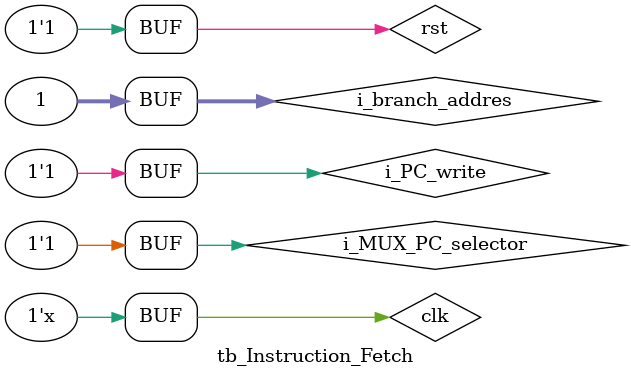
<source format=v>
`timescale 1ns / 1ps


module tb_Instruction_Fetch();
    
    reg         clk;
    reg         rst;
    reg         i_MUX_PC_selector;
    reg [31:0]  i_branch_addres;
    reg         i_PC_write;

    wire [63:0] o_IF;

    initial begin
        clk               = 0;
        rst               = 0;
        i_MUX_PC_selector = 0;
        i_branch_addres   = 0;
        i_PC_write        = 0;

        #100
        rst = 1;
        #100
        i_PC_write = 1;
        #10
        i_PC_write = 0;
        #50
        i_branch_addres = 'h00000001;
        i_MUX_PC_selector = 1;
        i_PC_write = 1;
        

    end
    
    Instruction_Fetch u_Instruction_Fetch(
            .clk(clk),
            .rst(rst),
            .i_MUX_PC_selector(i_MUX_PC_selector),
            .i_branch_addres(i_branch_addres),
            .i_PC_write(i_PC_write),
            .o_IF(o_IF)
            );

    always #1 clk = ~clk;
endmodule

</source>
